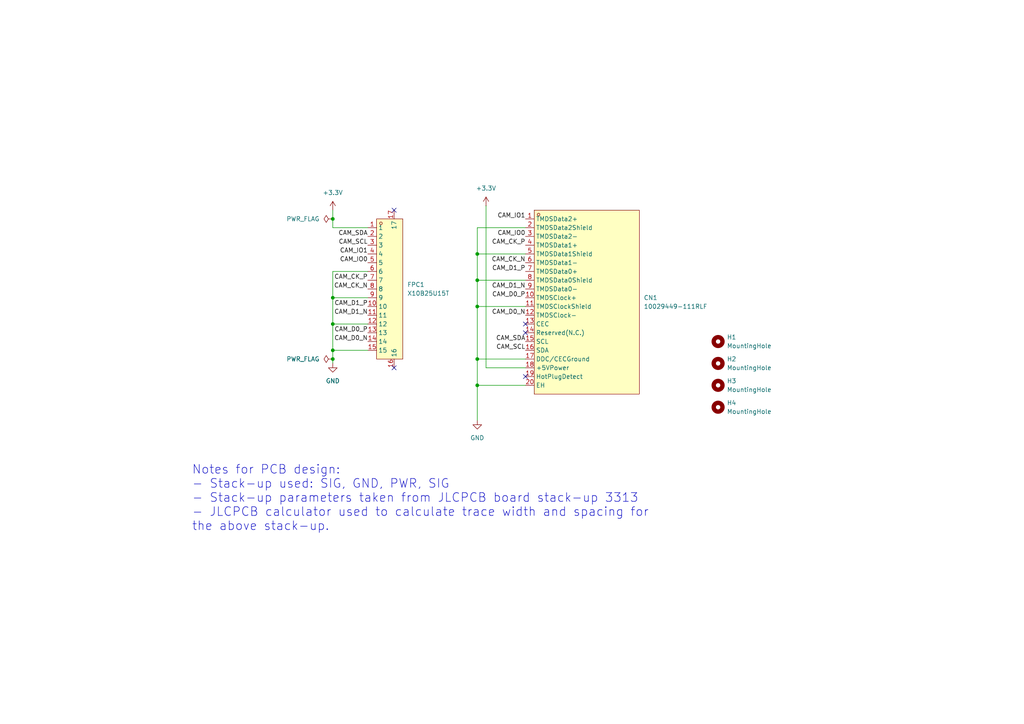
<source format=kicad_sch>
(kicad_sch (version 20231120) (generator "eeschema") (generator_version "8.0")
  (paper "A4")
  (title_block (title "RPi HDMi-CSI converter board") (date "05/24") (rev "v1.1") (company "Ziad Ibbini"))
  (lib_symbols
    (symbol "Mechanical:MountingHole" (pin_names (offset 1.016)) (exclude_from_sim yes) (in_bom no)
      (property "Reference" "H" (at 0 5.08 0))
      (property "Value" "MountingHole" (at 0 3.175 0))
      (symbol "MountingHole_0_1"
        (circle (center 0 0) (radius 1.27) (stroke (width 1.27)))
      )
    )
    (symbol "jlcpcb:10029449-111RLF"
      (property "Reference" "CN" (at 0 30.48 0))
      (property "Value" "10029449-111RLF" (at 0 -27.94 0))
      (symbol "10029449-111RLF_0_1"
        (rectangle (start -12.7 27.94) (end 17.78 -25.4) (fill (type background)))
        (circle (center -11.43 26.67) (radius 0.38))
        (pin unspecified line (at -15.24 25.4 0) (length 2.54) (name "TMDSData2+") (number "1"))
        (pin unspecified line (at -15.24 2.54 0) (length 2.54) (name "TMDSClock+") (number "10"))
        (pin unspecified line (at -15.24 0 0) (length 2.54) (name "TMDSClockShield") (number "11"))
        (pin unspecified line (at -15.24 -2.54 0) (length 2.54) (name "TMDSClock-") (number "12"))
        (pin unspecified line (at -15.24 -5.08 0) (length 2.54) (name "CEC") (number "13"))
        (pin unspecified line (at -15.24 -7.62 0) (length 2.54) (name "Reserved(N.C.)") (number "14"))
        (pin unspecified line (at -15.24 -10.16 0) (length 2.54) (name "SCL") (number "15"))
        (pin unspecified line (at -15.24 -12.7 0) (length 2.54) (name "SDA") (number "16"))
        (pin unspecified line (at -15.24 -15.24 0) (length 2.54) (name "DDC/CECGround") (number "17"))
        (pin unspecified line (at -15.24 -17.78 0) (length 2.54) (name "+5VPower") (number "18"))
        (pin unspecified line (at -15.24 -20.32 0) (length 2.54) (name "HotPlugDetect") (number "19"))
        (pin unspecified line (at -15.24 22.86 0) (length 2.54) (name "TMDSData2Shield") (number "2"))
        (pin unspecified line (at -15.24 -22.86 0) (length 2.54) (name "EH") (number "20"))
        (pin unspecified line (at -15.24 20.32 0) (length 2.54) (name "TMDSData2-") (number "3"))
        (pin unspecified line (at -15.24 17.78 0) (length 2.54) (name "TMDSData1+") (number "4"))
        (pin unspecified line (at -15.24 15.24 0) (length 2.54) (name "TMDSData1Shield") (number "5"))
        (pin unspecified line (at -15.24 12.7 0) (length 2.54) (name "TMDSData1-") (number "6"))
        (pin unspecified line (at -15.24 10.16 0) (length 2.54) (name "TMDSData0+") (number "7"))
        (pin unspecified line (at -15.24 7.62 0) (length 2.54) (name "TMDSData0Shield") (number "8"))
        (pin unspecified line (at -15.24 5.08 0) (length 2.54) (name "TMDSData0-") (number "9"))
      )
    )
    (symbol "jlcpcb:X10B25U15T"
      (property "Reference" "FPC" (at 0 25.4 0))
      (property "Value" "X10B25U15T" (at 0 -30.48 0))
      (symbol "X10B25U15T_0_1"
        (rectangle (start -2.54 17.78) (end 5.08 -22.86) (fill (type background)))
        (circle (center -1.27 16.51) (radius 0.38))
        (pin unspecified line (at -5.08 15.24 0) (length 2.54) (name "1") (number "1"))
        (pin unspecified line (at -5.08 -7.62 0) (length 2.54) (name "10") (number "10"))
        (pin unspecified line (at -5.08 -10.16 0) (length 2.54) (name "11") (number "11"))
        (pin unspecified line (at -5.08 -12.7 0) (length 2.54) (name "12") (number "12"))
        (pin unspecified line (at -5.08 -15.24 0) (length 2.54) (name "13") (number "13"))
        (pin unspecified line (at -5.08 -17.78 0) (length 2.54) (name "14") (number "14"))
        (pin unspecified line (at -5.08 -20.32 0) (length 2.54) (name "15") (number "15"))
        (pin unspecified line (at 2.54 -25.4 90) (length 2.54) (name "16") (number "16"))
        (pin unspecified line (at 2.54 20.32 270) (length 2.54) (name "17") (number "17"))
        (pin unspecified line (at -5.08 12.7 0) (length 2.54) (name "2") (number "2"))
        (pin unspecified line (at -5.08 10.16 0) (length 2.54) (name "3") (number "3"))
        (pin unspecified line (at -5.08 7.62 0) (length 2.54) (name "4") (number "4"))
        (pin unspecified line (at -5.08 5.08 0) (length 2.54) (name "5") (number "5"))
        (pin unspecified line (at -5.08 2.54 0) (length 2.54) (name "6") (number "6"))
        (pin unspecified line (at -5.08 0 0) (length 2.54) (name "7") (number "7"))
        (pin unspecified line (at -5.08 -2.54 0) (length 2.54) (name "8") (number "8"))
        (pin unspecified line (at -5.08 -5.08 0) (length 2.54) (name "9") (number "9"))
      )
    )
    (symbol "power:+3.3V" (power) (pin_numbers hide) (pin_names (offset 0) hide)
      (property "Value" "+3.3V" (at 0 3.556 0))
      (symbol "+3.3V_0_1"
        (polyline (pts (xy -0.762 1.27) (xy 0 2.54)))
        (polyline (pts (xy 0 0) (xy 0 2.54)))
        (polyline (pts (xy 0 2.54) (xy 0.762 1.27)))
      )
      (symbol "+3.3V_1_1"
        (pin power_in line (at 0 0 90) (length 0) (name "~") (number "1"))
      )
    )
    (symbol "power:GND" (power) (pin_numbers hide) (pin_names (offset 0) hide)
      (property "Value" "GND" (at 0 -3.81 0))
      (symbol "GND_0_1"
        (polyline (pts (xy 0 0) (xy 0 -1.27) (xy 1.27 -1.27) (xy 0 -2.54) (xy -1.27 -1.27) (xy 0 -1.27)))
      )
      (symbol "GND_1_1"
        (pin power_in line (at 0 0 270) (length 0) (name "~") (number "1"))
      )
    )
    (symbol "power:PWR_FLAG" (power) (pin_numbers hide) (pin_names (offset 0) hide)
      (property "Value" "PWR_FLAG" (at 0 3.81 0))
      (symbol "PWR_FLAG_0_0"
        (pin power_out line (at 0 0 90) (length 0) (name "~") (number "1"))
      )
      (symbol "PWR_FLAG_0_1"
        (polyline (pts (xy 0 0) (xy 0 1.27) (xy -1.016 1.905) (xy 0 2.54) (xy 1.016 1.905) (xy 0 1.27)))
      )
    )
  )
  (junction (at 138.43 73.66))
  (junction (at 138.43 81.28))
  (junction (at 138.43 111.76))
  (junction (at 96.52 104.14))
  (junction (at 96.52 86.36))
  (junction (at 138.43 88.9))
  (junction (at 96.52 93.98))
  (junction (at 96.52 101.6))
  (junction (at 96.52 63.5))
  (junction (at 138.43 104.14))
  (no_connect (at 114.3 106.68))
  (no_connect (at 152.4 93.98))
  (no_connect (at 152.4 109.22))
  (no_connect (at 152.4 96.52))
  (no_connect (at 114.3 60.96))
  (wire (pts (xy 96.52 78.74) (xy 106.68 78.74)))
  (wire (pts (xy 138.43 66.04) (xy 152.4 66.04)))
  (wire (pts (xy 138.43 104.14) (xy 152.4 104.14)))
  (wire (pts (xy 106.68 101.6) (xy 96.52 101.6)))
  (wire (pts (xy 138.43 81.28) (xy 138.43 88.9)))
  (wire (pts (xy 96.52 93.98) (xy 96.52 86.36)))
  (wire (pts (xy 96.52 93.98) (xy 106.68 93.98)))
  (wire (pts (xy 140.97 106.68) (xy 152.4 106.68)))
  (wire (pts (xy 138.43 73.66) (xy 152.4 73.66)))
  (wire (pts (xy 96.52 66.04) (xy 96.52 63.5)))
  (wire (pts (xy 138.43 111.76) (xy 138.43 121.92)))
  (wire (pts (xy 106.68 66.04) (xy 96.52 66.04)))
  (wire (pts (xy 138.43 73.66) (xy 138.43 81.28)))
  (wire (pts (xy 138.43 88.9) (xy 152.4 88.9)))
  (wire (pts (xy 96.52 60.96) (xy 96.52 63.5)))
  (wire (pts (xy 96.52 104.14) (xy 96.52 105.41)))
  (wire (pts (xy 138.43 66.04) (xy 138.43 73.66)))
  (wire (pts (xy 138.43 88.9) (xy 138.43 104.14)))
  (wire (pts (xy 140.97 59.69) (xy 140.97 106.68)))
  (wire (pts (xy 138.43 81.28) (xy 152.4 81.28)))
  (wire (pts (xy 138.43 111.76) (xy 152.4 111.76)))
  (wire (pts (xy 96.52 86.36) (xy 106.68 86.36)))
  (wire (pts (xy 96.52 101.6) (xy 96.52 104.14)))
  (wire (pts (xy 96.52 101.6) (xy 96.52 93.98)))
  (wire (pts (xy 96.52 86.36) (xy 96.52 78.74)))
  (wire (pts (xy 138.43 104.14) (xy 138.43 111.76)))
  (text "Notes for PCB design:\n- Stack-up used: SIG, GND, PWR, SIG\n- Stack-up parameters taken from JLCPCB board stack-up 3313\n- JLCPCB calculator used to calculate trace width and spacing for \nthe above stack-up.\n\n\n" (at 55.626 148.59 0) (effects (font (size 2.54 2.54)) (justify left)))
  (label "CAM_IO1" (at 152.4 63.5 180))
  (label "CAM_IO0" (at 152.4 68.58 180))
  (label "CAM_SDA" (at 152.4 99.06 180))
  (label "CAM_D1_P" (at 152.4 78.74 180))
  (label "CAM_D1_N" (at 106.68 91.44 180))
  (label "CAM_D0_N" (at 106.68 99.06 180))
  (label "CAM_CK_N" (at 106.68 83.82 180))
  (label "CAM_D0_N" (at 152.4 91.44 180))
  (label "CAM_D0_P" (at 152.4 86.36 180))
  (label "CAM_D1_P" (at 106.68 88.9 180))
  (label "CAM_IO0" (at 106.68 76.2 180))
  (label "CAM_CK_P" (at 152.4 71.12 180))
  (label "CAM_SCL" (at 152.4 101.6 180))
  (label "CAM_D0_P" (at 106.68 96.52 180))
  (label "CAM_SCL" (at 106.68 71.12 180))
  (label "CAM_D1_N" (at 152.4 83.82 180))
  (label "CAM_SDA" (at 106.68 68.58 180))
  (label "CAM_CK_P" (at 106.68 81.28 180))
  (label "CAM_IO1" (at 106.68 73.66 180))
  (label "CAM_CK_N" (at 152.4 76.2 180))
  (symbol (lib_id "jlcpcb:10029449-111RLF") (at 167.64 88.9 0) (unit 1)
    (property "Reference" "CN1" (at 186.69 86.3599 0) (effects (justify left)))
    (property "Value" "10029449-111RLF" (at 186.69 88.8999 0) (effects (justify left)))
    (property "Footprint" "jlcpcb:HDMI-SMD_10029449-001RLF" (effects (hide yes)))
    (property "LCSC Part" "C427307" (effects (hide yes)))
  )
  (symbol (lib_id "Mechanical:MountingHole") (at 208.28 118.11 0) (unit 1) (exclude_from_sim yes) (in_bom no)
    (property "Reference" "H4" (at 210.82 116.8399 0) (effects (justify left)))
    (property "Value" "MountingHole" (at 210.82 119.3799 0) (effects (justify left)))
    (property "Footprint" "MountingHole:MountingHole_2.1mm" (effects (hide yes)))
    (property "Description" "Mounting Hole without connection" (effects (hide yes)))
  )
  (symbol (lib_id "Mechanical:MountingHole") (at 208.28 111.76 0) (unit 1) (exclude_from_sim yes) (in_bom no)
    (property "Reference" "H3" (at 210.82 110.4899 0) (effects (justify left)))
    (property "Value" "MountingHole" (at 210.82 113.0299 0) (effects (justify left)))
    (property "Footprint" "MountingHole:MountingHole_2.1mm" (effects (hide yes)))
    (property "Description" "Mounting Hole without connection" (effects (hide yes)))
  )
  (symbol (lib_id "Mechanical:MountingHole") (at 208.28 105.41 0) (unit 1) (exclude_from_sim yes) (in_bom no)
    (property "Reference" "H2" (at 210.82 104.1399 0) (effects (justify left)))
    (property "Value" "MountingHole" (at 210.82 106.6799 0) (effects (justify left)))
    (property "Footprint" "MountingHole:MountingHole_2.1mm" (effects (hide yes)))
    (property "Description" "Mounting Hole without connection" (effects (hide yes)))
  )
  (symbol (lib_id "power:GND") (at 138.43 121.92 0) (unit 1)
    (property "Reference" "#PWR01" (effects (hide yes)))
    (property "Value" "GND" (at 138.43 127 0))
    (property "Description" "Power symbol creates a global label with name \"GND\" , ground" (effects (hide yes)))
  )
  (symbol (lib_id "power:PWR_FLAG") (at 96.52 104.14 90) (unit 1)
    (property "Reference" "#FLG02" (effects (hide yes)))
    (property "Value" "PWR_FLAG" (at 92.71 104.1399 90) (effects (justify left)))
    (property "Description" "Special symbol for telling ERC where power comes from" (effects (hide yes)))
  )
  (symbol (lib_id "power:+3.3V") (at 96.52 60.96 0) (unit 1)
    (property "Reference" "#PWR03" (effects (hide yes)))
    (property "Value" "+3.3V" (at 96.52 55.88 0))
    (property "Description" "Power symbol creates a global label with name \"+3.3V\"" (effects (hide yes)))
  )
  (symbol (lib_id "Mechanical:MountingHole") (at 208.28 99.06 0) (unit 1) (exclude_from_sim yes) (in_bom no)
    (property "Reference" "H1" (at 210.82 97.7899 0) (effects (justify left)))
    (property "Value" "MountingHole" (at 210.82 100.3299 0) (effects (justify left)))
    (property "Footprint" "MountingHole:MountingHole_2.1mm" (effects (hide yes)))
    (property "Description" "Mounting Hole without connection" (effects (hide yes)))
  )
  (symbol (lib_id "power:+3.3V") (at 140.97 59.69 0) (unit 1)
    (property "Reference" "#PWR04" (effects (hide yes)))
    (property "Value" "+3.3V" (at 140.97 54.61 0))
    (property "Description" "Power symbol creates a global label with name \"+3.3V\"" (effects (hide yes)))
  )
  (symbol (lib_id "power:PWR_FLAG") (at 96.52 63.5 90) (unit 1)
    (property "Reference" "#FLG01" (effects (hide yes)))
    (property "Value" "PWR_FLAG" (at 92.71 63.4999 90) (effects (justify left)))
    (property "Description" "Special symbol for telling ERC where power comes from" (effects (hide yes)))
  )
  (symbol (lib_id "power:GND") (at 96.52 105.41 0) (unit 1)
    (property "Reference" "#PWR02" (effects (hide yes)))
    (property "Value" "GND" (at 96.52 110.49 0))
    (property "Description" "Power symbol creates a global label with name \"GND\" , ground" (effects (hide yes)))
  )
  (symbol (lib_id "jlcpcb:X10B25U15T") (at 111.76 81.28 0) (unit 1)
    (property "Reference" "FPC1" (at 118.11 82.5499 0) (effects (justify left)))
    (property "Value" "X10B25U15T" (at 118.11 85.0899 0) (effects (justify left)))
    (property "Footprint" "jlcpcb:FPC-SMD_X10B25U15T" (effects (hide yes)))
    (property "Datasheet" "https://lcsc.com/product-detail/New-Arrivals_XKB-Enterprise-X10B25U15T_C500193.html" (effects (hide yes)))
    (property "LCSC Part" "C500193" (effects (hide yes)))
  )
)
</source>
